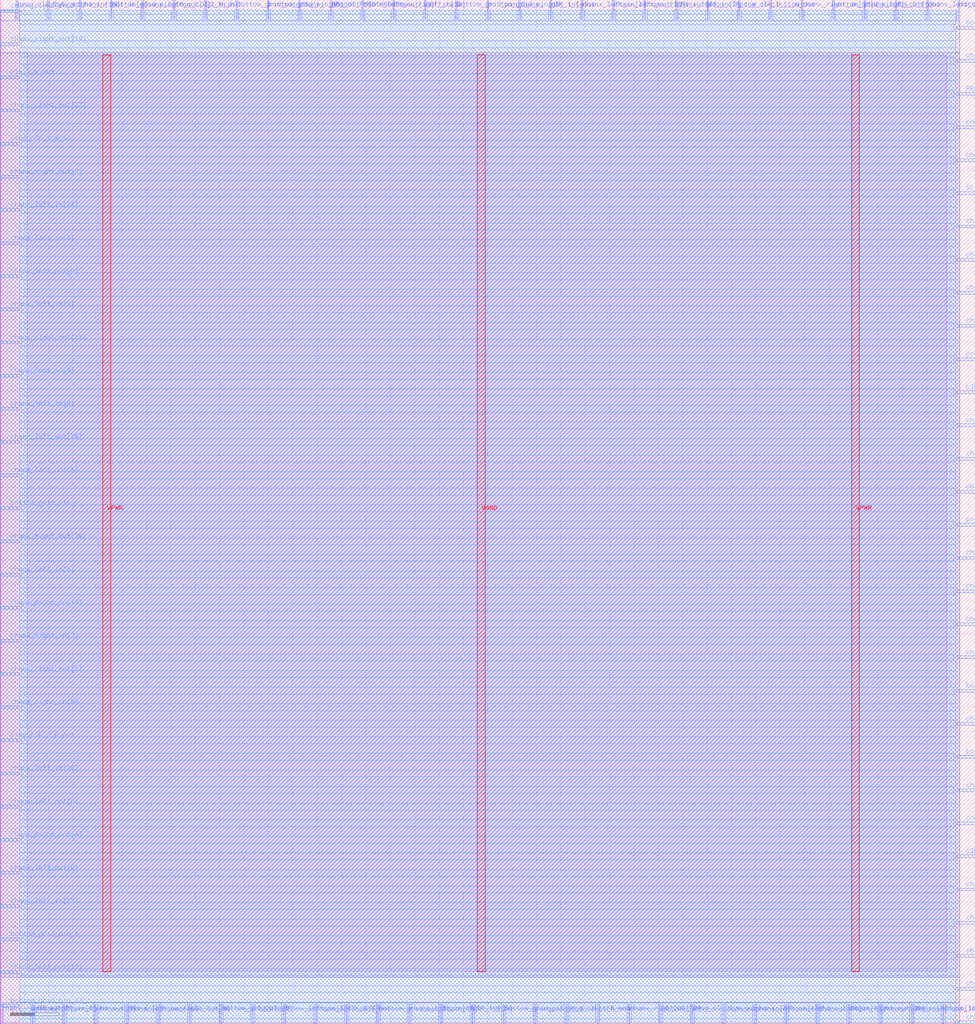
<source format=lef>
VERSION 5.7 ;
  NOWIREEXTENSIONATPIN ON ;
  DIVIDERCHAR "/" ;
  BUSBITCHARS "[]" ;
MACRO cbx_1__1_
  CLASS BLOCK ;
  FOREIGN cbx_1__1_ ;
  ORIGIN 0.000 0.000 ;
  SIZE 200.000 BY 210.000 ;
  PIN REGIN_FEEDTHROUGH
    DIRECTION INPUT ;
    USE SIGNAL ;
    PORT
      LAYER met3 ;
        RECT 196.000 190.440 200.000 191.040 ;
    END
  END REGIN_FEEDTHROUGH
  PIN REGOUT_FEEDTHROUGH
    DIRECTION OUTPUT TRISTATE ;
    USE SIGNAL ;
    PORT
      LAYER met2 ;
        RECT 67.710 206.000 67.990 210.000 ;
    END
  END REGOUT_FEEDTHROUGH
  PIN SC_IN_BOT
    DIRECTION INPUT ;
    USE SIGNAL ;
    PORT
      LAYER met2 ;
        RECT 41.950 206.000 42.230 210.000 ;
    END
  END SC_IN_BOT
  PIN SC_IN_TOP
    DIRECTION INPUT ;
    USE SIGNAL ;
    PORT
      LAYER met3 ;
        RECT 196.000 170.040 200.000 170.640 ;
    END
  END SC_IN_TOP
  PIN SC_OUT_BOT
    DIRECTION OUTPUT TRISTATE ;
    USE SIGNAL ;
    PORT
      LAYER met2 ;
        RECT 51.610 0.000 51.890 4.000 ;
    END
  END SC_OUT_BOT
  PIN SC_OUT_TOP
    DIRECTION OUTPUT TRISTATE ;
    USE SIGNAL ;
    PORT
      LAYER met2 ;
        RECT 135.330 0.000 135.610 4.000 ;
    END
  END SC_OUT_TOP
  PIN VGND
    DIRECTION INOUT ;
    USE GROUND ;
    PORT
      LAYER met4 ;
        RECT 97.840 10.640 99.440 198.800 ;
    END
  END VGND
  PIN VPWR
    DIRECTION INOUT ;
    USE POWER ;
    PORT
      LAYER met4 ;
        RECT 21.040 10.640 22.640 198.800 ;
    END
    PORT
      LAYER met4 ;
        RECT 174.640 10.640 176.240 198.800 ;
    END
  END VPWR
  PIN bottom_grid_pin_0_
    DIRECTION OUTPUT TRISTATE ;
    USE SIGNAL ;
    PORT
      LAYER met3 ;
        RECT 0.000 105.440 4.000 106.040 ;
    END
  END bottom_grid_pin_0_
  PIN bottom_grid_pin_10_
    DIRECTION OUTPUT TRISTATE ;
    USE SIGNAL ;
    PORT
      LAYER met2 ;
        RECT 22.630 206.000 22.910 210.000 ;
    END
  END bottom_grid_pin_10_
  PIN bottom_grid_pin_11_
    DIRECTION OUTPUT TRISTATE ;
    USE SIGNAL ;
    PORT
      LAYER met2 ;
        RECT 54.830 206.000 55.110 210.000 ;
    END
  END bottom_grid_pin_11_
  PIN bottom_grid_pin_12_
    DIRECTION OUTPUT TRISTATE ;
    USE SIGNAL ;
    PORT
      LAYER met3 ;
        RECT 0.000 3.440 4.000 4.040 ;
    END
  END bottom_grid_pin_12_
  PIN bottom_grid_pin_13_
    DIRECTION OUTPUT TRISTATE ;
    USE SIGNAL ;
    PORT
      LAYER met2 ;
        RECT 99.910 206.000 100.190 210.000 ;
    END
  END bottom_grid_pin_13_
  PIN bottom_grid_pin_14_
    DIRECTION OUTPUT TRISTATE ;
    USE SIGNAL ;
    PORT
      LAYER met3 ;
        RECT 196.000 54.440 200.000 55.040 ;
    END
  END bottom_grid_pin_14_
  PIN bottom_grid_pin_15_
    DIRECTION OUTPUT TRISTATE ;
    USE SIGNAL ;
    PORT
      LAYER met2 ;
        RECT 48.390 206.000 48.670 210.000 ;
    END
  END bottom_grid_pin_15_
  PIN bottom_grid_pin_1_
    DIRECTION OUTPUT TRISTATE ;
    USE SIGNAL ;
    PORT
      LAYER met2 ;
        RECT 77.370 0.000 77.650 4.000 ;
    END
  END bottom_grid_pin_1_
  PIN bottom_grid_pin_2_
    DIRECTION OUTPUT TRISTATE ;
    USE SIGNAL ;
    PORT
      LAYER met3 ;
        RECT 196.000 204.040 200.000 204.640 ;
    END
  END bottom_grid_pin_2_
  PIN bottom_grid_pin_3_
    DIRECTION OUTPUT TRISTATE ;
    USE SIGNAL ;
    PORT
      LAYER met3 ;
        RECT 196.000 68.040 200.000 68.640 ;
    END
  END bottom_grid_pin_3_
  PIN bottom_grid_pin_4_
    DIRECTION OUTPUT TRISTATE ;
    USE SIGNAL ;
    PORT
      LAYER met2 ;
        RECT 196.510 206.000 196.790 210.000 ;
    END
  END bottom_grid_pin_4_
  PIN bottom_grid_pin_5_
    DIRECTION OUTPUT TRISTATE ;
    USE SIGNAL ;
    PORT
      LAYER met2 ;
        RECT 103.130 0.000 103.410 4.000 ;
    END
  END bottom_grid_pin_5_
  PIN bottom_grid_pin_6_
    DIRECTION OUTPUT TRISTATE ;
    USE SIGNAL ;
    PORT
      LAYER met2 ;
        RECT 45.170 0.000 45.450 4.000 ;
    END
  END bottom_grid_pin_6_
  PIN bottom_grid_pin_7_
    DIRECTION OUTPUT TRISTATE ;
    USE SIGNAL ;
    PORT
      LAYER met3 ;
        RECT 0.000 17.040 4.000 17.640 ;
    END
  END bottom_grid_pin_7_
  PIN bottom_grid_pin_8_
    DIRECTION OUTPUT TRISTATE ;
    USE SIGNAL ;
    PORT
      LAYER met2 ;
        RECT 170.750 206.000 171.030 210.000 ;
    END
  END bottom_grid_pin_8_
  PIN bottom_grid_pin_9_
    DIRECTION OUTPUT TRISTATE ;
    USE SIGNAL ;
    PORT
      LAYER met2 ;
        RECT 93.470 206.000 93.750 210.000 ;
    END
  END bottom_grid_pin_9_
  PIN ccff_head
    DIRECTION INPUT ;
    USE SIGNAL ;
    PORT
      LAYER met2 ;
        RECT 122.450 0.000 122.730 4.000 ;
    END
  END ccff_head
  PIN ccff_tail
    DIRECTION OUTPUT TRISTATE ;
    USE SIGNAL ;
    PORT
      LAYER met2 ;
        RECT 87.030 206.000 87.310 210.000 ;
    END
  END ccff_tail
  PIN chanx_left_in[0]
    DIRECTION INPUT ;
    USE SIGNAL ;
    PORT
      LAYER met3 ;
        RECT 0.000 91.840 4.000 92.440 ;
    END
  END chanx_left_in[0]
  PIN chanx_left_in[10]
    DIRECTION INPUT ;
    USE SIGNAL ;
    PORT
      LAYER met3 ;
        RECT 196.000 122.440 200.000 123.040 ;
    END
  END chanx_left_in[10]
  PIN chanx_left_in[11]
    DIRECTION INPUT ;
    USE SIGNAL ;
    PORT
      LAYER met3 ;
        RECT 196.000 197.240 200.000 197.840 ;
    END
  END chanx_left_in[11]
  PIN chanx_left_in[12]
    DIRECTION INPUT ;
    USE SIGNAL ;
    PORT
      LAYER met2 ;
        RECT 186.850 0.000 187.130 4.000 ;
    END
  END chanx_left_in[12]
  PIN chanx_left_in[13]
    DIRECTION INPUT ;
    USE SIGNAL ;
    PORT
      LAYER met3 ;
        RECT 196.000 40.840 200.000 41.440 ;
    END
  END chanx_left_in[13]
  PIN chanx_left_in[14]
    DIRECTION INPUT ;
    USE SIGNAL ;
    PORT
      LAYER met3 ;
        RECT 0.000 166.640 4.000 167.240 ;
    END
  END chanx_left_in[14]
  PIN chanx_left_in[15]
    DIRECTION INPUT ;
    USE SIGNAL ;
    PORT
      LAYER met2 ;
        RECT 83.810 0.000 84.090 4.000 ;
    END
  END chanx_left_in[15]
  PIN chanx_left_in[16]
    DIRECTION INPUT ;
    USE SIGNAL ;
    PORT
      LAYER met3 ;
        RECT 0.000 51.040 4.000 51.640 ;
    END
  END chanx_left_in[16]
  PIN chanx_left_in[17]
    DIRECTION INPUT ;
    USE SIGNAL ;
    PORT
      LAYER met2 ;
        RECT 154.650 0.000 154.930 4.000 ;
    END
  END chanx_left_in[17]
  PIN chanx_left_in[18]
    DIRECTION INPUT ;
    USE SIGNAL ;
    PORT
      LAYER met3 ;
        RECT 0.000 23.840 4.000 24.440 ;
    END
  END chanx_left_in[18]
  PIN chanx_left_in[19]
    DIRECTION INPUT ;
    USE SIGNAL ;
    PORT
      LAYER met2 ;
        RECT 190.070 206.000 190.350 210.000 ;
    END
  END chanx_left_in[19]
  PIN chanx_left_in[1]
    DIRECTION INPUT ;
    USE SIGNAL ;
    PORT
      LAYER met2 ;
        RECT 58.050 0.000 58.330 4.000 ;
    END
  END chanx_left_in[1]
  PIN chanx_left_in[2]
    DIRECTION INPUT ;
    USE SIGNAL ;
    PORT
      LAYER met2 ;
        RECT 138.550 206.000 138.830 210.000 ;
    END
  END chanx_left_in[2]
  PIN chanx_left_in[3]
    DIRECTION INPUT ;
    USE SIGNAL ;
    PORT
      LAYER met3 ;
        RECT 0.000 132.640 4.000 133.240 ;
    END
  END chanx_left_in[3]
  PIN chanx_left_in[4]
    DIRECTION INPUT ;
    USE SIGNAL ;
    PORT
      LAYER met2 ;
        RECT 119.230 206.000 119.510 210.000 ;
    END
  END chanx_left_in[4]
  PIN chanx_left_in[5]
    DIRECTION INPUT ;
    USE SIGNAL ;
    PORT
      LAYER met2 ;
        RECT 6.530 0.000 6.810 4.000 ;
    END
  END chanx_left_in[5]
  PIN chanx_left_in[6]
    DIRECTION INPUT ;
    USE SIGNAL ;
    PORT
      LAYER met3 ;
        RECT 0.000 125.840 4.000 126.440 ;
    END
  END chanx_left_in[6]
  PIN chanx_left_in[7]
    DIRECTION INPUT ;
    USE SIGNAL ;
    PORT
      LAYER met3 ;
        RECT 0.000 159.840 4.000 160.440 ;
    END
  END chanx_left_in[7]
  PIN chanx_left_in[8]
    DIRECTION INPUT ;
    USE SIGNAL ;
    PORT
      LAYER met2 ;
        RECT 167.530 0.000 167.810 4.000 ;
    END
  END chanx_left_in[8]
  PIN chanx_left_in[9]
    DIRECTION INPUT ;
    USE SIGNAL ;
    PORT
      LAYER met3 ;
        RECT 0.000 146.240 4.000 146.840 ;
    END
  END chanx_left_in[9]
  PIN chanx_left_out[0]
    DIRECTION OUTPUT TRISTATE ;
    USE SIGNAL ;
    PORT
      LAYER met3 ;
        RECT 0.000 153.040 4.000 153.640 ;
    END
  END chanx_left_out[0]
  PIN chanx_left_out[10]
    DIRECTION OUTPUT TRISTATE ;
    USE SIGNAL ;
    PORT
      LAYER met3 ;
        RECT 196.000 142.840 200.000 143.440 ;
    END
  END chanx_left_out[10]
  PIN chanx_left_out[11]
    DIRECTION OUTPUT TRISTATE ;
    USE SIGNAL ;
    PORT
      LAYER met3 ;
        RECT 196.000 115.640 200.000 116.240 ;
    END
  END chanx_left_out[11]
  PIN chanx_left_out[12]
    DIRECTION OUTPUT TRISTATE ;
    USE SIGNAL ;
    PORT
      LAYER met3 ;
        RECT 196.000 6.840 200.000 7.440 ;
    END
  END chanx_left_out[12]
  PIN chanx_left_out[13]
    DIRECTION OUTPUT TRISTATE ;
    USE SIGNAL ;
    PORT
      LAYER met2 ;
        RECT 74.150 206.000 74.430 210.000 ;
    END
  END chanx_left_out[13]
  PIN chanx_left_out[14]
    DIRECTION OUTPUT TRISTATE ;
    USE SIGNAL ;
    PORT
      LAYER met2 ;
        RECT 25.850 0.000 26.130 4.000 ;
    END
  END chanx_left_out[14]
  PIN chanx_left_out[15]
    DIRECTION OUTPUT TRISTATE ;
    USE SIGNAL ;
    PORT
      LAYER met2 ;
        RECT 125.670 206.000 125.950 210.000 ;
    END
  END chanx_left_out[15]
  PIN chanx_left_out[16]
    DIRECTION OUTPUT TRISTATE ;
    USE SIGNAL ;
    PORT
      LAYER met3 ;
        RECT 0.000 119.040 4.000 119.640 ;
    END
  END chanx_left_out[16]
  PIN chanx_left_out[17]
    DIRECTION OUTPUT TRISTATE ;
    USE SIGNAL ;
    PORT
      LAYER met3 ;
        RECT 0.000 10.240 4.000 10.840 ;
    END
  END chanx_left_out[17]
  PIN chanx_left_out[18]
    DIRECTION OUTPUT TRISTATE ;
    USE SIGNAL ;
    PORT
      LAYER met3 ;
        RECT 196.000 81.640 200.000 82.240 ;
    END
  END chanx_left_out[18]
  PIN chanx_left_out[19]
    DIRECTION OUTPUT TRISTATE ;
    USE SIGNAL ;
    PORT
      LAYER met2 ;
        RECT 193.290 0.000 193.570 4.000 ;
    END
  END chanx_left_out[19]
  PIN chanx_left_out[1]
    DIRECTION OUTPUT TRISTATE ;
    USE SIGNAL ;
    PORT
      LAYER met3 ;
        RECT 196.000 156.440 200.000 157.040 ;
    END
  END chanx_left_out[1]
  PIN chanx_left_out[2]
    DIRECTION OUTPUT TRISTATE ;
    USE SIGNAL ;
    PORT
      LAYER met3 ;
        RECT 196.000 149.640 200.000 150.240 ;
    END
  END chanx_left_out[2]
  PIN chanx_left_out[3]
    DIRECTION OUTPUT TRISTATE ;
    USE SIGNAL ;
    PORT
      LAYER met3 ;
        RECT 0.000 112.240 4.000 112.840 ;
    END
  END chanx_left_out[3]
  PIN chanx_left_out[4]
    DIRECTION OUTPUT TRISTATE ;
    USE SIGNAL ;
    PORT
      LAYER met2 ;
        RECT 29.070 206.000 29.350 210.000 ;
    END
  END chanx_left_out[4]
  PIN chanx_left_out[5]
    DIRECTION OUTPUT TRISTATE ;
    USE SIGNAL ;
    PORT
      LAYER met2 ;
        RECT 177.190 206.000 177.470 210.000 ;
    END
  END chanx_left_out[5]
  PIN chanx_left_out[6]
    DIRECTION OUTPUT TRISTATE ;
    USE SIGNAL ;
    PORT
      LAYER met3 ;
        RECT 0.000 44.240 4.000 44.840 ;
    END
  END chanx_left_out[6]
  PIN chanx_left_out[7]
    DIRECTION OUTPUT TRISTATE ;
    USE SIGNAL ;
    PORT
      LAYER met2 ;
        RECT 64.490 0.000 64.770 4.000 ;
    END
  END chanx_left_out[7]
  PIN chanx_left_out[8]
    DIRECTION OUTPUT TRISTATE ;
    USE SIGNAL ;
    PORT
      LAYER met3 ;
        RECT 196.000 74.840 200.000 75.440 ;
    END
  END chanx_left_out[8]
  PIN chanx_left_out[9]
    DIRECTION OUTPUT TRISTATE ;
    USE SIGNAL ;
    PORT
      LAYER met3 ;
        RECT 0.000 30.640 4.000 31.240 ;
    END
  END chanx_left_out[9]
  PIN chanx_right_in[0]
    DIRECTION INPUT ;
    USE SIGNAL ;
    PORT
      LAYER met2 ;
        RECT 16.190 206.000 16.470 210.000 ;
    END
  END chanx_right_in[0]
  PIN chanx_right_in[10]
    DIRECTION INPUT ;
    USE SIGNAL ;
    PORT
      LAYER met2 ;
        RECT 80.590 206.000 80.870 210.000 ;
    END
  END chanx_right_in[10]
  PIN chanx_right_in[11]
    DIRECTION INPUT ;
    USE SIGNAL ;
    PORT
      LAYER met3 ;
        RECT 196.000 0.040 200.000 0.640 ;
    END
  END chanx_right_in[11]
  PIN chanx_right_in[12]
    DIRECTION INPUT ;
    USE SIGNAL ;
    PORT
      LAYER met3 ;
        RECT 196.000 61.240 200.000 61.840 ;
    END
  END chanx_right_in[12]
  PIN chanx_right_in[13]
    DIRECTION INPUT ;
    USE SIGNAL ;
    PORT
      LAYER met2 ;
        RECT 164.310 206.000 164.590 210.000 ;
    END
  END chanx_right_in[13]
  PIN chanx_right_in[14]
    DIRECTION INPUT ;
    USE SIGNAL ;
    PORT
      LAYER met3 ;
        RECT 196.000 27.240 200.000 27.840 ;
    END
  END chanx_right_in[14]
  PIN chanx_right_in[15]
    DIRECTION INPUT ;
    USE SIGNAL ;
    PORT
      LAYER met2 ;
        RECT 9.750 206.000 10.030 210.000 ;
    END
  END chanx_right_in[15]
  PIN chanx_right_in[16]
    DIRECTION INPUT ;
    USE SIGNAL ;
    PORT
      LAYER met2 ;
        RECT 90.250 0.000 90.530 4.000 ;
    END
  END chanx_right_in[16]
  PIN chanx_right_in[17]
    DIRECTION INPUT ;
    USE SIGNAL ;
    PORT
      LAYER met3 ;
        RECT 196.000 95.240 200.000 95.840 ;
    END
  END chanx_right_in[17]
  PIN chanx_right_in[18]
    DIRECTION INPUT ;
    USE SIGNAL ;
    PORT
      LAYER met3 ;
        RECT 196.000 183.640 200.000 184.240 ;
    END
  END chanx_right_in[18]
  PIN chanx_right_in[19]
    DIRECTION INPUT ;
    USE SIGNAL ;
    PORT
      LAYER met3 ;
        RECT 0.000 85.040 4.000 85.640 ;
    END
  END chanx_right_in[19]
  PIN chanx_right_in[1]
    DIRECTION INPUT ;
    USE SIGNAL ;
    PORT
      LAYER met3 ;
        RECT 196.000 20.440 200.000 21.040 ;
    END
  END chanx_right_in[1]
  PIN chanx_right_in[2]
    DIRECTION INPUT ;
    USE SIGNAL ;
    PORT
      LAYER met3 ;
        RECT 0.000 207.440 4.000 208.040 ;
    END
  END chanx_right_in[2]
  PIN chanx_right_in[3]
    DIRECTION INPUT ;
    USE SIGNAL ;
    PORT
      LAYER met2 ;
        RECT 180.410 0.000 180.690 4.000 ;
    END
  END chanx_right_in[3]
  PIN chanx_right_in[4]
    DIRECTION INPUT ;
    USE SIGNAL ;
    PORT
      LAYER met2 ;
        RECT 106.350 206.000 106.630 210.000 ;
    END
  END chanx_right_in[4]
  PIN chanx_right_in[5]
    DIRECTION INPUT ;
    USE SIGNAL ;
    PORT
      LAYER met2 ;
        RECT 148.210 0.000 148.490 4.000 ;
    END
  END chanx_right_in[5]
  PIN chanx_right_in[6]
    DIRECTION INPUT ;
    USE SIGNAL ;
    PORT
      LAYER met2 ;
        RECT 19.410 0.000 19.690 4.000 ;
    END
  END chanx_right_in[6]
  PIN chanx_right_in[7]
    DIRECTION INPUT ;
    USE SIGNAL ;
    PORT
      LAYER met3 ;
        RECT 0.000 78.240 4.000 78.840 ;
    END
  END chanx_right_in[7]
  PIN chanx_right_in[8]
    DIRECTION INPUT ;
    USE SIGNAL ;
    PORT
      LAYER met3 ;
        RECT 196.000 13.640 200.000 14.240 ;
    END
  END chanx_right_in[8]
  PIN chanx_right_in[9]
    DIRECTION INPUT ;
    USE SIGNAL ;
    PORT
      LAYER met3 ;
        RECT 0.000 64.640 4.000 65.240 ;
    END
  END chanx_right_in[9]
  PIN chanx_right_out[0]
    DIRECTION OUTPUT TRISTATE ;
    USE SIGNAL ;
    PORT
      LAYER met3 ;
        RECT 196.000 88.440 200.000 89.040 ;
    END
  END chanx_right_out[0]
  PIN chanx_right_out[10]
    DIRECTION OUTPUT TRISTATE ;
    USE SIGNAL ;
    PORT
      LAYER met2 ;
        RECT 161.090 0.000 161.370 4.000 ;
    END
  END chanx_right_out[10]
  PIN chanx_right_out[11]
    DIRECTION OUTPUT TRISTATE ;
    USE SIGNAL ;
    PORT
      LAYER met3 ;
        RECT 0.000 139.440 4.000 140.040 ;
    END
  END chanx_right_out[11]
  PIN chanx_right_out[12]
    DIRECTION OUTPUT TRISTATE ;
    USE SIGNAL ;
    PORT
      LAYER met3 ;
        RECT 196.000 47.640 200.000 48.240 ;
    END
  END chanx_right_out[12]
  PIN chanx_right_out[13]
    DIRECTION OUTPUT TRISTATE ;
    USE SIGNAL ;
    PORT
      LAYER met3 ;
        RECT 0.000 187.040 4.000 187.640 ;
    END
  END chanx_right_out[13]
  PIN chanx_right_out[14]
    DIRECTION OUTPUT TRISTATE ;
    USE SIGNAL ;
    PORT
      LAYER met3 ;
        RECT 196.000 108.840 200.000 109.440 ;
    END
  END chanx_right_out[14]
  PIN chanx_right_out[15]
    DIRECTION OUTPUT TRISTATE ;
    USE SIGNAL ;
    PORT
      LAYER met3 ;
        RECT 196.000 163.240 200.000 163.840 ;
    END
  END chanx_right_out[15]
  PIN chanx_right_out[16]
    DIRECTION OUTPUT TRISTATE ;
    USE SIGNAL ;
    PORT
      LAYER met2 ;
        RECT 173.970 0.000 174.250 4.000 ;
    END
  END chanx_right_out[16]
  PIN chanx_right_out[17]
    DIRECTION OUTPUT TRISTATE ;
    USE SIGNAL ;
    PORT
      LAYER met3 ;
        RECT 196.000 176.840 200.000 177.440 ;
    END
  END chanx_right_out[17]
  PIN chanx_right_out[18]
    DIRECTION OUTPUT TRISTATE ;
    USE SIGNAL ;
    PORT
      LAYER met3 ;
        RECT 0.000 98.640 4.000 99.240 ;
    END
  END chanx_right_out[18]
  PIN chanx_right_out[19]
    DIRECTION OUTPUT TRISTATE ;
    USE SIGNAL ;
    PORT
      LAYER met3 ;
        RECT 0.000 200.640 4.000 201.240 ;
    END
  END chanx_right_out[19]
  PIN chanx_right_out[1]
    DIRECTION OUTPUT TRISTATE ;
    USE SIGNAL ;
    PORT
      LAYER met3 ;
        RECT 0.000 71.440 4.000 72.040 ;
    END
  END chanx_right_out[1]
  PIN chanx_right_out[2]
    DIRECTION OUTPUT TRISTATE ;
    USE SIGNAL ;
    PORT
      LAYER met2 ;
        RECT 0.090 0.000 0.370 4.000 ;
    END
  END chanx_right_out[2]
  PIN chanx_right_out[3]
    DIRECTION OUTPUT TRISTATE ;
    USE SIGNAL ;
    PORT
      LAYER met2 ;
        RECT 128.890 0.000 129.170 4.000 ;
    END
  END chanx_right_out[3]
  PIN chanx_right_out[4]
    DIRECTION OUTPUT TRISTATE ;
    USE SIGNAL ;
    PORT
      LAYER met3 ;
        RECT 0.000 37.440 4.000 38.040 ;
    END
  END chanx_right_out[4]
  PIN chanx_right_out[5]
    DIRECTION OUTPUT TRISTATE ;
    USE SIGNAL ;
    PORT
      LAYER met2 ;
        RECT 61.270 206.000 61.550 210.000 ;
    END
  END chanx_right_out[5]
  PIN chanx_right_out[6]
    DIRECTION OUTPUT TRISTATE ;
    USE SIGNAL ;
    PORT
      LAYER met2 ;
        RECT 132.110 206.000 132.390 210.000 ;
    END
  END chanx_right_out[6]
  PIN chanx_right_out[7]
    DIRECTION OUTPUT TRISTATE ;
    USE SIGNAL ;
    PORT
      LAYER met3 ;
        RECT 0.000 173.440 4.000 174.040 ;
    END
  END chanx_right_out[7]
  PIN chanx_right_out[8]
    DIRECTION OUTPUT TRISTATE ;
    USE SIGNAL ;
    PORT
      LAYER met2 ;
        RECT 32.290 0.000 32.570 4.000 ;
    END
  END chanx_right_out[8]
  PIN chanx_right_out[9]
    DIRECTION OUTPUT TRISTATE ;
    USE SIGNAL ;
    PORT
      LAYER met2 ;
        RECT 12.970 0.000 13.250 4.000 ;
    END
  END chanx_right_out[9]
  PIN clk_1_N_out
    DIRECTION OUTPUT TRISTATE ;
    USE SIGNAL ;
    PORT
      LAYER met2 ;
        RECT 157.870 206.000 158.150 210.000 ;
    END
  END clk_1_N_out
  PIN clk_1_S_out
    DIRECTION OUTPUT TRISTATE ;
    USE SIGNAL ;
    PORT
      LAYER met2 ;
        RECT 112.790 206.000 113.070 210.000 ;
    END
  END clk_1_S_out
  PIN clk_1_W_in
    DIRECTION INPUT ;
    USE SIGNAL ;
    PORT
      LAYER met2 ;
        RECT 96.690 0.000 96.970 4.000 ;
    END
  END clk_1_W_in
  PIN clk_2_E_out
    DIRECTION OUTPUT TRISTATE ;
    USE SIGNAL ;
    PORT
      LAYER met2 ;
        RECT 183.630 206.000 183.910 210.000 ;
    END
  END clk_2_E_out
  PIN clk_2_W_in
    DIRECTION INPUT ;
    USE SIGNAL ;
    PORT
      LAYER met3 ;
        RECT 196.000 34.040 200.000 34.640 ;
    END
  END clk_2_W_in
  PIN clk_2_W_out
    DIRECTION OUTPUT TRISTATE ;
    USE SIGNAL ;
    PORT
      LAYER met3 ;
        RECT 0.000 193.840 4.000 194.440 ;
    END
  END clk_2_W_out
  PIN clk_3_E_out
    DIRECTION OUTPUT TRISTATE ;
    USE SIGNAL ;
    PORT
      LAYER met3 ;
        RECT 196.000 129.240 200.000 129.840 ;
    END
  END clk_3_E_out
  PIN clk_3_W_in
    DIRECTION INPUT ;
    USE SIGNAL ;
    PORT
      LAYER met2 ;
        RECT 38.730 0.000 39.010 4.000 ;
    END
  END clk_3_W_in
  PIN clk_3_W_out
    DIRECTION OUTPUT TRISTATE ;
    USE SIGNAL ;
    PORT
      LAYER met2 ;
        RECT 70.930 0.000 71.210 4.000 ;
    END
  END clk_3_W_out
  PIN prog_clk_0_N_in
    DIRECTION INPUT ;
    USE SIGNAL ;
    PORT
      LAYER met2 ;
        RECT 109.570 0.000 109.850 4.000 ;
    END
  END prog_clk_0_N_in
  PIN prog_clk_0_W_out
    DIRECTION OUTPUT TRISTATE ;
    USE SIGNAL ;
    PORT
      LAYER met3 ;
        RECT 196.000 136.040 200.000 136.640 ;
    END
  END prog_clk_0_W_out
  PIN prog_clk_1_N_out
    DIRECTION OUTPUT TRISTATE ;
    USE SIGNAL ;
    PORT
      LAYER met2 ;
        RECT 116.010 0.000 116.290 4.000 ;
    END
  END prog_clk_1_N_out
  PIN prog_clk_1_S_out
    DIRECTION OUTPUT TRISTATE ;
    USE SIGNAL ;
    PORT
      LAYER met2 ;
        RECT 151.430 206.000 151.710 210.000 ;
    END
  END prog_clk_1_S_out
  PIN prog_clk_1_W_in
    DIRECTION INPUT ;
    USE SIGNAL ;
    PORT
      LAYER met2 ;
        RECT 144.990 206.000 145.270 210.000 ;
    END
  END prog_clk_1_W_in
  PIN prog_clk_2_E_out
    DIRECTION OUTPUT TRISTATE ;
    USE SIGNAL ;
    PORT
      LAYER met2 ;
        RECT 3.310 206.000 3.590 210.000 ;
    END
  END prog_clk_2_E_out
  PIN prog_clk_2_W_in
    DIRECTION INPUT ;
    USE SIGNAL ;
    PORT
      LAYER met2 ;
        RECT 35.510 206.000 35.790 210.000 ;
    END
  END prog_clk_2_W_in
  PIN prog_clk_2_W_out
    DIRECTION OUTPUT TRISTATE ;
    USE SIGNAL ;
    PORT
      LAYER met2 ;
        RECT 141.770 0.000 142.050 4.000 ;
    END
  END prog_clk_2_W_out
  PIN prog_clk_3_E_out
    DIRECTION OUTPUT TRISTATE ;
    USE SIGNAL ;
    PORT
      LAYER met3 ;
        RECT 0.000 57.840 4.000 58.440 ;
    END
  END prog_clk_3_E_out
  PIN prog_clk_3_W_in
    DIRECTION INPUT ;
    USE SIGNAL ;
    PORT
      LAYER met3 ;
        RECT 0.000 180.240 4.000 180.840 ;
    END
  END prog_clk_3_W_in
  PIN prog_clk_3_W_out
    DIRECTION OUTPUT TRISTATE ;
    USE SIGNAL ;
    PORT
      LAYER met3 ;
        RECT 196.000 102.040 200.000 102.640 ;
    END
  END prog_clk_3_W_out
  OBS
      LAYER li1 ;
        RECT 5.520 10.795 194.120 198.645 ;
      LAYER met1 ;
        RECT 0.070 9.560 196.810 199.200 ;
      LAYER met2 ;
        RECT 0.100 205.720 3.030 207.925 ;
        RECT 3.870 205.720 9.470 207.925 ;
        RECT 10.310 205.720 15.910 207.925 ;
        RECT 16.750 205.720 22.350 207.925 ;
        RECT 23.190 205.720 28.790 207.925 ;
        RECT 29.630 205.720 35.230 207.925 ;
        RECT 36.070 205.720 41.670 207.925 ;
        RECT 42.510 205.720 48.110 207.925 ;
        RECT 48.950 205.720 54.550 207.925 ;
        RECT 55.390 205.720 60.990 207.925 ;
        RECT 61.830 205.720 67.430 207.925 ;
        RECT 68.270 205.720 73.870 207.925 ;
        RECT 74.710 205.720 80.310 207.925 ;
        RECT 81.150 205.720 86.750 207.925 ;
        RECT 87.590 205.720 93.190 207.925 ;
        RECT 94.030 205.720 99.630 207.925 ;
        RECT 100.470 205.720 106.070 207.925 ;
        RECT 106.910 205.720 112.510 207.925 ;
        RECT 113.350 205.720 118.950 207.925 ;
        RECT 119.790 205.720 125.390 207.925 ;
        RECT 126.230 205.720 131.830 207.925 ;
        RECT 132.670 205.720 138.270 207.925 ;
        RECT 139.110 205.720 144.710 207.925 ;
        RECT 145.550 205.720 151.150 207.925 ;
        RECT 151.990 205.720 157.590 207.925 ;
        RECT 158.430 205.720 164.030 207.925 ;
        RECT 164.870 205.720 170.470 207.925 ;
        RECT 171.310 205.720 176.910 207.925 ;
        RECT 177.750 205.720 183.350 207.925 ;
        RECT 184.190 205.720 189.790 207.925 ;
        RECT 190.630 205.720 196.230 207.925 ;
        RECT 0.100 4.280 196.780 205.720 ;
        RECT 0.650 0.155 6.250 4.280 ;
        RECT 7.090 0.155 12.690 4.280 ;
        RECT 13.530 0.155 19.130 4.280 ;
        RECT 19.970 0.155 25.570 4.280 ;
        RECT 26.410 0.155 32.010 4.280 ;
        RECT 32.850 0.155 38.450 4.280 ;
        RECT 39.290 0.155 44.890 4.280 ;
        RECT 45.730 0.155 51.330 4.280 ;
        RECT 52.170 0.155 57.770 4.280 ;
        RECT 58.610 0.155 64.210 4.280 ;
        RECT 65.050 0.155 70.650 4.280 ;
        RECT 71.490 0.155 77.090 4.280 ;
        RECT 77.930 0.155 83.530 4.280 ;
        RECT 84.370 0.155 89.970 4.280 ;
        RECT 90.810 0.155 96.410 4.280 ;
        RECT 97.250 0.155 102.850 4.280 ;
        RECT 103.690 0.155 109.290 4.280 ;
        RECT 110.130 0.155 115.730 4.280 ;
        RECT 116.570 0.155 122.170 4.280 ;
        RECT 123.010 0.155 128.610 4.280 ;
        RECT 129.450 0.155 135.050 4.280 ;
        RECT 135.890 0.155 141.490 4.280 ;
        RECT 142.330 0.155 147.930 4.280 ;
        RECT 148.770 0.155 154.370 4.280 ;
        RECT 155.210 0.155 160.810 4.280 ;
        RECT 161.650 0.155 167.250 4.280 ;
        RECT 168.090 0.155 173.690 4.280 ;
        RECT 174.530 0.155 180.130 4.280 ;
        RECT 180.970 0.155 186.570 4.280 ;
        RECT 187.410 0.155 193.010 4.280 ;
        RECT 193.850 0.155 196.780 4.280 ;
      LAYER met3 ;
        RECT 4.400 207.040 196.000 207.905 ;
        RECT 4.000 205.040 196.000 207.040 ;
        RECT 4.000 203.640 195.600 205.040 ;
        RECT 4.000 201.640 196.000 203.640 ;
        RECT 4.400 200.240 196.000 201.640 ;
        RECT 4.000 198.240 196.000 200.240 ;
        RECT 4.000 196.840 195.600 198.240 ;
        RECT 4.000 194.840 196.000 196.840 ;
        RECT 4.400 193.440 196.000 194.840 ;
        RECT 4.000 191.440 196.000 193.440 ;
        RECT 4.000 190.040 195.600 191.440 ;
        RECT 4.000 188.040 196.000 190.040 ;
        RECT 4.400 186.640 196.000 188.040 ;
        RECT 4.000 184.640 196.000 186.640 ;
        RECT 4.000 183.240 195.600 184.640 ;
        RECT 4.000 181.240 196.000 183.240 ;
        RECT 4.400 179.840 196.000 181.240 ;
        RECT 4.000 177.840 196.000 179.840 ;
        RECT 4.000 176.440 195.600 177.840 ;
        RECT 4.000 174.440 196.000 176.440 ;
        RECT 4.400 173.040 196.000 174.440 ;
        RECT 4.000 171.040 196.000 173.040 ;
        RECT 4.000 169.640 195.600 171.040 ;
        RECT 4.000 167.640 196.000 169.640 ;
        RECT 4.400 166.240 196.000 167.640 ;
        RECT 4.000 164.240 196.000 166.240 ;
        RECT 4.000 162.840 195.600 164.240 ;
        RECT 4.000 160.840 196.000 162.840 ;
        RECT 4.400 159.440 196.000 160.840 ;
        RECT 4.000 157.440 196.000 159.440 ;
        RECT 4.000 156.040 195.600 157.440 ;
        RECT 4.000 154.040 196.000 156.040 ;
        RECT 4.400 152.640 196.000 154.040 ;
        RECT 4.000 150.640 196.000 152.640 ;
        RECT 4.000 149.240 195.600 150.640 ;
        RECT 4.000 147.240 196.000 149.240 ;
        RECT 4.400 145.840 196.000 147.240 ;
        RECT 4.000 143.840 196.000 145.840 ;
        RECT 4.000 142.440 195.600 143.840 ;
        RECT 4.000 140.440 196.000 142.440 ;
        RECT 4.400 139.040 196.000 140.440 ;
        RECT 4.000 137.040 196.000 139.040 ;
        RECT 4.000 135.640 195.600 137.040 ;
        RECT 4.000 133.640 196.000 135.640 ;
        RECT 4.400 132.240 196.000 133.640 ;
        RECT 4.000 130.240 196.000 132.240 ;
        RECT 4.000 128.840 195.600 130.240 ;
        RECT 4.000 126.840 196.000 128.840 ;
        RECT 4.400 125.440 196.000 126.840 ;
        RECT 4.000 123.440 196.000 125.440 ;
        RECT 4.000 122.040 195.600 123.440 ;
        RECT 4.000 120.040 196.000 122.040 ;
        RECT 4.400 118.640 196.000 120.040 ;
        RECT 4.000 116.640 196.000 118.640 ;
        RECT 4.000 115.240 195.600 116.640 ;
        RECT 4.000 113.240 196.000 115.240 ;
        RECT 4.400 111.840 196.000 113.240 ;
        RECT 4.000 109.840 196.000 111.840 ;
        RECT 4.000 108.440 195.600 109.840 ;
        RECT 4.000 106.440 196.000 108.440 ;
        RECT 4.400 105.040 196.000 106.440 ;
        RECT 4.000 103.040 196.000 105.040 ;
        RECT 4.000 101.640 195.600 103.040 ;
        RECT 4.000 99.640 196.000 101.640 ;
        RECT 4.400 98.240 196.000 99.640 ;
        RECT 4.000 96.240 196.000 98.240 ;
        RECT 4.000 94.840 195.600 96.240 ;
        RECT 4.000 92.840 196.000 94.840 ;
        RECT 4.400 91.440 196.000 92.840 ;
        RECT 4.000 89.440 196.000 91.440 ;
        RECT 4.000 88.040 195.600 89.440 ;
        RECT 4.000 86.040 196.000 88.040 ;
        RECT 4.400 84.640 196.000 86.040 ;
        RECT 4.000 82.640 196.000 84.640 ;
        RECT 4.000 81.240 195.600 82.640 ;
        RECT 4.000 79.240 196.000 81.240 ;
        RECT 4.400 77.840 196.000 79.240 ;
        RECT 4.000 75.840 196.000 77.840 ;
        RECT 4.000 74.440 195.600 75.840 ;
        RECT 4.000 72.440 196.000 74.440 ;
        RECT 4.400 71.040 196.000 72.440 ;
        RECT 4.000 69.040 196.000 71.040 ;
        RECT 4.000 67.640 195.600 69.040 ;
        RECT 4.000 65.640 196.000 67.640 ;
        RECT 4.400 64.240 196.000 65.640 ;
        RECT 4.000 62.240 196.000 64.240 ;
        RECT 4.000 60.840 195.600 62.240 ;
        RECT 4.000 58.840 196.000 60.840 ;
        RECT 4.400 57.440 196.000 58.840 ;
        RECT 4.000 55.440 196.000 57.440 ;
        RECT 4.000 54.040 195.600 55.440 ;
        RECT 4.000 52.040 196.000 54.040 ;
        RECT 4.400 50.640 196.000 52.040 ;
        RECT 4.000 48.640 196.000 50.640 ;
        RECT 4.000 47.240 195.600 48.640 ;
        RECT 4.000 45.240 196.000 47.240 ;
        RECT 4.400 43.840 196.000 45.240 ;
        RECT 4.000 41.840 196.000 43.840 ;
        RECT 4.000 40.440 195.600 41.840 ;
        RECT 4.000 38.440 196.000 40.440 ;
        RECT 4.400 37.040 196.000 38.440 ;
        RECT 4.000 35.040 196.000 37.040 ;
        RECT 4.000 33.640 195.600 35.040 ;
        RECT 4.000 31.640 196.000 33.640 ;
        RECT 4.400 30.240 196.000 31.640 ;
        RECT 4.000 28.240 196.000 30.240 ;
        RECT 4.000 26.840 195.600 28.240 ;
        RECT 4.000 24.840 196.000 26.840 ;
        RECT 4.400 23.440 196.000 24.840 ;
        RECT 4.000 21.440 196.000 23.440 ;
        RECT 4.000 20.040 195.600 21.440 ;
        RECT 4.000 18.040 196.000 20.040 ;
        RECT 4.400 16.640 196.000 18.040 ;
        RECT 4.000 14.640 196.000 16.640 ;
        RECT 4.000 13.240 195.600 14.640 ;
        RECT 4.000 11.240 196.000 13.240 ;
        RECT 4.400 9.840 196.000 11.240 ;
        RECT 4.000 7.840 196.000 9.840 ;
        RECT 4.000 6.440 195.600 7.840 ;
        RECT 4.000 4.440 196.000 6.440 ;
        RECT 4.400 3.040 196.000 4.440 ;
        RECT 4.000 1.040 196.000 3.040 ;
        RECT 4.000 0.175 195.600 1.040 ;
  END
END cbx_1__1_
END LIBRARY


</source>
